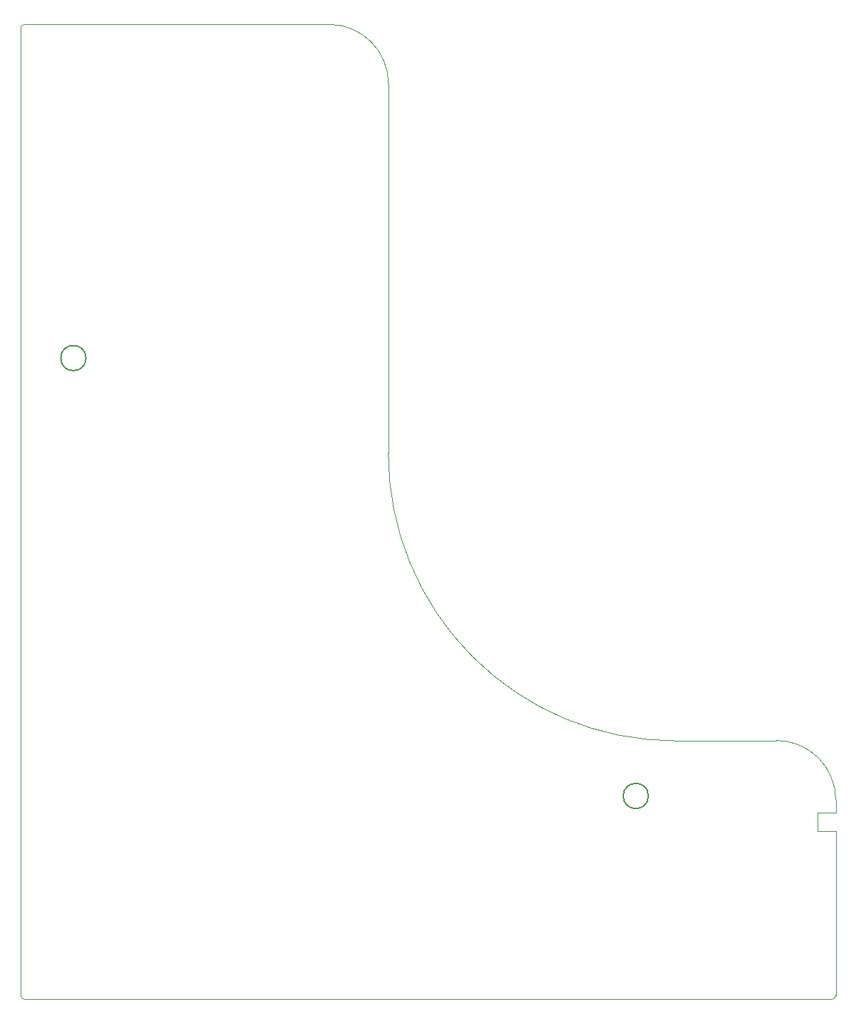
<source format=gbr>
G04 #@! TF.GenerationSoftware,KiCad,Pcbnew,(6.0.0)*
G04 #@! TF.CreationDate,2023-04-02T19:18:08+10:00*
G04 #@! TF.ProjectId,OpenFlops,4f70656e-466c-46f7-9073-2e6b69636164,1*
G04 #@! TF.SameCoordinates,Original*
G04 #@! TF.FileFunction,Paste,Bot*
G04 #@! TF.FilePolarity,Positive*
%FSLAX46Y46*%
G04 Gerber Fmt 4.6, Leading zero omitted, Abs format (unit mm)*
G04 Created by KiCad (PCBNEW (6.0.0)) date 2023-04-02 19:18:08*
%MOMM*%
%LPD*%
G01*
G04 APERTURE LIST*
G04 #@! TA.AperFunction,Profile*
%ADD10C,0.050000*%
G04 #@! TD*
G04 #@! TA.AperFunction,Profile*
%ADD11C,0.200000*%
G04 #@! TD*
G04 APERTURE END LIST*
D10*
X207450002Y-129425000D02*
X205275002Y-129425000D01*
X206973979Y-151605672D02*
G75*
G03*
X207448978Y-151129327I-674J475673D01*
G01*
D11*
X118225005Y-75300000D02*
G75*
G03*
X118225005Y-75300000I-1500005J0D01*
G01*
D10*
X154221823Y-42670673D02*
X154200002Y-86645673D01*
X188400001Y-120845674D02*
X200371621Y-120795672D01*
X207450000Y-131600000D02*
X205275000Y-131600000D01*
X110448671Y-151130873D02*
G75*
G03*
X110925018Y-151605876I475675J672D01*
G01*
X207446620Y-127870673D02*
X207450002Y-129425000D01*
X110923432Y-35605876D02*
X147146823Y-35595673D01*
X110923432Y-35605876D02*
G75*
G03*
X110448432Y-36082225I678J-475678D01*
G01*
X205275002Y-129425000D02*
X205275000Y-131600000D01*
X154200002Y-86645673D02*
G75*
G03*
X188400001Y-120845674I34199996J-5D01*
G01*
X207446620Y-127870673D02*
G75*
G03*
X200371621Y-120795672I-7074998J3D01*
G01*
X154221823Y-42670673D02*
G75*
G03*
X147146823Y-35595673I-7075002J-2D01*
G01*
X207448978Y-151129327D02*
X207450000Y-131600000D01*
X110448671Y-151130873D02*
X110448432Y-36082225D01*
X206973979Y-151605672D02*
X110925018Y-151605876D01*
D11*
X185150005Y-127400000D02*
G75*
G03*
X185150005Y-127400000I-1500005J0D01*
G01*
M02*

</source>
